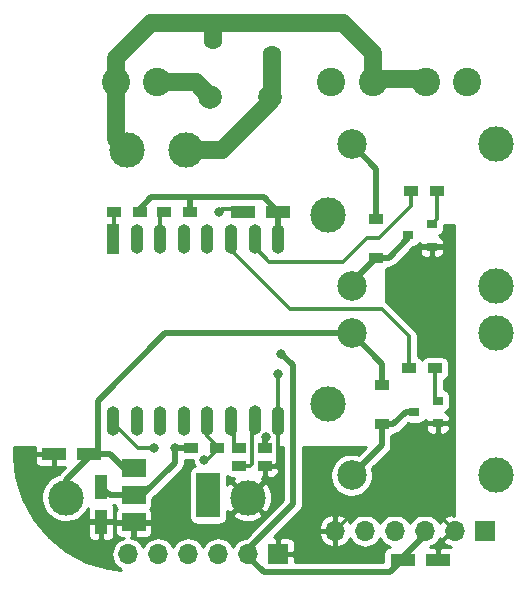
<source format=gbl>
G04 #@! TF.GenerationSoftware,KiCad,Pcbnew,no-vcs-found-e3c64f1~59~ubuntu16.04.1*
G04 #@! TF.CreationDate,2017-08-28T13:01:16+03:00*
G04 #@! TF.ProjectId,wifi_lights,776966695F6C69676874732E6B696361,rev?*
G04 #@! TF.SameCoordinates,Original*
G04 #@! TF.FileFunction,Copper,L2,Bot,Signal*
G04 #@! TF.FilePolarity,Positive*
%FSLAX46Y46*%
G04 Gerber Fmt 4.6, Leading zero omitted, Abs format (unit mm)*
G04 Created by KiCad (PCBNEW no-vcs-found-e3c64f1~59~ubuntu16.04.1) date Mon Aug 28 13:01:16 2017*
%MOMM*%
%LPD*%
G01*
G04 APERTURE LIST*
%ADD10C,2.400000*%
%ADD11R,1.200000X0.900000*%
%ADD12O,1.700000X1.700000*%
%ADD13R,1.700000X1.700000*%
%ADD14R,0.900000X0.800000*%
%ADD15C,2.500000*%
%ADD16C,3.000000*%
%ADD17C,1.600000*%
%ADD18R,2.000000X1.500000*%
%ADD19R,2.000000X3.800000*%
%ADD20C,2.000000*%
%ADD21R,2.150000X1.100000*%
%ADD22R,1.100000X2.150000*%
%ADD23R,1.100000X2.500000*%
%ADD24O,1.100000X2.500000*%
%ADD25C,0.800000*%
%ADD26C,0.350000*%
%ADD27C,0.500000*%
%ADD28C,1.500000*%
%ADD29C,0.254000*%
G04 APERTURE END LIST*
D10*
X112750000Y-56000000D03*
X109250000Y-56000000D03*
X135500000Y-56000000D03*
X139000000Y-56000000D03*
X131000000Y-56000000D03*
X127500000Y-56000000D03*
D11*
X131250000Y-67600000D03*
X131250000Y-70900000D03*
X131750000Y-85000000D03*
X131750000Y-81700000D03*
D12*
X127800000Y-94000000D03*
X130340000Y-94000000D03*
X132880000Y-94000000D03*
X135420000Y-94000000D03*
X137960000Y-94000000D03*
D13*
X140500000Y-94000000D03*
D14*
X134000000Y-69000000D03*
X136000000Y-69950000D03*
X136000000Y-68050000D03*
X136500000Y-83000000D03*
X136500000Y-84900000D03*
X134500000Y-83950000D03*
D11*
X113300000Y-67000000D03*
X115500000Y-67000000D03*
X111250000Y-67000000D03*
X109050000Y-67000000D03*
X119650000Y-88500000D03*
X121850000Y-88500000D03*
X117850000Y-87000000D03*
X115650000Y-87000000D03*
X121850000Y-87000000D03*
X119650000Y-87000000D03*
X136450000Y-65250000D03*
X134250000Y-65250000D03*
X134050000Y-80250000D03*
X136250000Y-80250000D03*
D15*
X129200000Y-73300000D03*
X129200000Y-61300000D03*
D16*
X127250000Y-67250000D03*
X141450000Y-73250000D03*
X141450000Y-61250000D03*
X141450000Y-77250000D03*
X141450000Y-89250000D03*
X127250000Y-83250000D03*
D15*
X129200000Y-77300000D03*
X129200000Y-89300000D03*
D17*
X117500000Y-52450000D03*
X122500000Y-53750000D03*
D18*
X110750000Y-93300000D03*
X110750000Y-88700000D03*
X110750000Y-91000000D03*
D19*
X117050000Y-91000000D03*
D20*
X122330000Y-57260000D03*
X117250000Y-57250000D03*
D12*
X110300000Y-96000000D03*
X112840000Y-96000000D03*
X115380000Y-96000000D03*
X117920000Y-96000000D03*
X120460000Y-96000000D03*
D13*
X123000000Y-96000000D03*
D21*
X106975000Y-87500000D03*
X104025000Y-87500000D03*
D22*
X108000000Y-93225000D03*
X108000000Y-90275000D03*
D21*
X133550000Y-96500000D03*
X136500000Y-96500000D03*
D16*
X115200000Y-61799982D03*
X110200000Y-61799982D03*
X120400000Y-91199982D03*
X105000000Y-91199982D03*
D21*
X120025000Y-67000000D03*
X122975000Y-67000000D03*
D23*
X109000000Y-69300000D03*
D24*
X111000000Y-69300000D03*
X113000000Y-69300000D03*
X115000000Y-69300000D03*
X117000000Y-69300000D03*
X119000000Y-69300000D03*
X121000000Y-69300000D03*
X123000000Y-69300000D03*
X123000000Y-84700000D03*
X121000000Y-84600000D03*
X119000000Y-84700000D03*
X117000000Y-84700000D03*
X115000000Y-84700000D03*
X113000000Y-84700000D03*
X111000000Y-84700000D03*
X109000000Y-84700000D03*
D25*
X122999984Y-80750000D03*
X118000000Y-67000000D03*
X121962638Y-86097411D03*
X123250000Y-79000000D03*
X114250000Y-87000000D03*
X112500000Y-87000000D03*
X116750001Y-88000000D03*
D26*
X137960000Y-94000000D02*
X137750000Y-94000000D01*
X137750000Y-94000000D02*
X136500000Y-95250000D01*
X136500000Y-95250000D02*
X136500000Y-96500000D01*
X137960000Y-94000000D02*
X136634999Y-92674999D01*
X136634999Y-92674999D02*
X129125001Y-92674999D01*
X129125001Y-92674999D02*
X127800000Y-94000000D01*
X136000000Y-69950000D02*
X136000000Y-70000000D01*
X136550000Y-84900000D02*
X136500000Y-84900000D01*
X121850000Y-88500000D02*
X122800000Y-88500000D01*
X122800000Y-88500000D02*
X123000000Y-88300000D01*
X123000000Y-88300000D02*
X123000000Y-84000000D01*
X122999984Y-83999984D02*
X122999984Y-80750000D01*
X123000000Y-84000000D02*
X122999984Y-83999984D01*
X120000000Y-66750000D02*
X118250000Y-66750000D01*
X118250000Y-66750000D02*
X118000000Y-67000000D01*
X109050000Y-67000000D02*
X109050000Y-69950000D01*
X109050000Y-69950000D02*
X109000000Y-70000000D01*
D27*
X135420000Y-94000000D02*
X135420000Y-94330000D01*
X135420000Y-94330000D02*
X133550000Y-96200000D01*
X133550000Y-96200000D02*
X133550000Y-96500000D01*
X133550000Y-96500000D02*
X133500000Y-96500000D01*
X132500000Y-97500000D02*
X121750000Y-97500000D01*
X133500000Y-96500000D02*
X132500000Y-97500000D01*
X121750000Y-97500000D02*
X120460000Y-96210000D01*
X120460000Y-96210000D02*
X120460000Y-96000000D01*
X123250000Y-79000000D02*
X124250000Y-80000000D01*
X120460000Y-95540000D02*
X120460000Y-96000000D01*
X124250000Y-80000000D02*
X124250000Y-91750000D01*
X124250000Y-91750000D02*
X120460000Y-95540000D01*
X123000000Y-70000000D02*
X122950000Y-69950000D01*
X121750000Y-65750000D02*
X115500000Y-65750000D01*
X122950000Y-69950000D02*
X122950000Y-66750000D01*
X122950000Y-66750000D02*
X122750000Y-66750000D01*
X122750000Y-66750000D02*
X121750000Y-65750000D01*
X111250000Y-67000000D02*
X111250000Y-66750000D01*
X111250000Y-66750000D02*
X112250000Y-65750000D01*
X112250000Y-65750000D02*
X115500000Y-65750000D01*
X115500000Y-65750000D02*
X115500000Y-67000000D01*
X111500000Y-91000000D02*
X114250000Y-88250000D01*
X114250000Y-88250000D02*
X114250000Y-87000000D01*
X121850000Y-87000000D02*
X121850000Y-86150000D01*
X121850000Y-86150000D02*
X121902589Y-86097411D01*
X121902589Y-86097411D02*
X121962638Y-86097411D01*
X114250000Y-87000000D02*
X115650000Y-87000000D01*
X111500000Y-91000000D02*
X110750000Y-91000000D01*
X115650000Y-87000000D02*
X115500000Y-87000000D01*
X110750000Y-91000000D02*
X108725000Y-91000000D01*
X108725000Y-91000000D02*
X108000000Y-90275000D01*
D28*
X115200000Y-61799982D02*
X118200018Y-61799982D01*
X118200018Y-61799982D02*
X122330000Y-57670000D01*
X122330000Y-57670000D02*
X122330000Y-57260000D01*
X122330000Y-57260000D02*
X122500000Y-57090000D01*
X122500000Y-57090000D02*
X122500000Y-53750000D01*
D26*
X109000000Y-84000000D02*
X109000000Y-84849583D01*
X109000000Y-84849583D02*
X111150417Y-87000000D01*
X111150417Y-87000000D02*
X112500000Y-87000000D01*
X117000000Y-84000000D02*
X117000000Y-86000000D01*
X117000000Y-86000000D02*
X117850000Y-86850000D01*
X117850000Y-86850000D02*
X117850000Y-87000000D01*
X117649999Y-87350001D02*
X117000000Y-88000000D01*
X117000000Y-88000000D02*
X116750001Y-88000000D01*
X117850000Y-87150000D02*
X117649999Y-87350001D01*
X117750000Y-87100000D02*
X117750000Y-87250000D01*
X117850000Y-87000000D02*
X117850000Y-87150000D01*
X117750000Y-87250000D02*
X117649999Y-87350001D01*
X136450000Y-65250000D02*
X136450000Y-67600000D01*
X136450000Y-67600000D02*
X136000000Y-68050000D01*
X136250000Y-80250000D02*
X136250000Y-82750000D01*
X136250000Y-82750000D02*
X136500000Y-83000000D01*
X119650000Y-88500000D02*
X120600000Y-88500000D01*
X120600000Y-88500000D02*
X120750000Y-88350000D01*
X120750000Y-88350000D02*
X120750000Y-84250000D01*
X120750000Y-84250000D02*
X121000000Y-84000000D01*
X119000000Y-84000000D02*
X119250000Y-84250000D01*
X119250000Y-84250000D02*
X119250000Y-86750000D01*
X119250000Y-86750000D02*
X119500000Y-87000000D01*
D27*
X107725000Y-87500000D02*
X108750000Y-87500000D01*
X110450000Y-88700000D02*
X110750000Y-88700000D01*
X108750000Y-87500000D02*
X109950000Y-88700000D01*
X109950000Y-88700000D02*
X110450000Y-88700000D01*
X107725000Y-87500000D02*
X107250000Y-87500000D01*
X107250000Y-87500000D02*
X105000000Y-89750000D01*
X105000000Y-89750000D02*
X105000000Y-91199982D01*
X129200000Y-77300000D02*
X113450000Y-77300000D01*
X113450000Y-77300000D02*
X107750000Y-83000000D01*
X107750000Y-83000000D02*
X107750000Y-87475000D01*
X107750000Y-87475000D02*
X107725000Y-87500000D01*
X131750000Y-79850000D02*
X129200000Y-77300000D01*
X131250000Y-67600000D02*
X131250000Y-63350000D01*
X131250000Y-63350000D02*
X129200000Y-61300000D01*
X131750000Y-81700000D02*
X131750000Y-79850000D01*
X131250000Y-70900000D02*
X132350000Y-70900000D01*
X132350000Y-70900000D02*
X134000000Y-69250000D01*
X134000000Y-69250000D02*
X134000000Y-69000000D01*
X129200000Y-73300000D02*
X129200000Y-72950000D01*
X129200000Y-72950000D02*
X131250000Y-70900000D01*
X131750000Y-85000000D02*
X132750000Y-85000000D01*
X132750000Y-85000000D02*
X133800000Y-83950000D01*
X133800000Y-83950000D02*
X134500000Y-83950000D01*
X131750000Y-85000000D02*
X131750000Y-86750000D01*
X131750000Y-86750000D02*
X129200000Y-89300000D01*
D28*
X112750000Y-56000000D02*
X116000000Y-56000000D01*
X116000000Y-56000000D02*
X117250000Y-57250000D01*
X112250000Y-51000000D02*
X117750000Y-51000000D01*
X117750000Y-51000000D02*
X128450000Y-51000000D01*
X117500000Y-52450000D02*
X117500000Y-51250000D01*
X117500000Y-51250000D02*
X117750000Y-51000000D01*
X109250000Y-56000000D02*
X109250000Y-54000000D01*
X109250000Y-54000000D02*
X112250000Y-51000000D01*
X128450000Y-51000000D02*
X131000000Y-53550000D01*
X131000000Y-53550000D02*
X131000000Y-55750000D01*
X131000000Y-55750000D02*
X135500000Y-55750000D01*
X109250000Y-56000000D02*
X109250000Y-60849982D01*
X109250000Y-60849982D02*
X110200000Y-61799982D01*
D26*
X121000000Y-70000000D02*
X122250000Y-71250000D01*
X122250000Y-71250000D02*
X128500000Y-71250000D01*
X128500000Y-71250000D02*
X130500000Y-69250000D01*
X130500000Y-69250000D02*
X131505002Y-69250000D01*
X131505002Y-69250000D02*
X134250000Y-66505002D01*
X134250000Y-66505002D02*
X134250000Y-65250000D01*
X119000000Y-70000000D02*
X119000000Y-70250000D01*
X119000000Y-70250000D02*
X124000000Y-75250000D01*
X124000000Y-75250000D02*
X131750000Y-75250000D01*
X131750000Y-75250000D02*
X134050000Y-77550000D01*
X134050000Y-77550000D02*
X134050000Y-80250000D01*
X113000000Y-70000000D02*
X113000000Y-67300000D01*
X113000000Y-67300000D02*
X113300000Y-67000000D01*
D29*
G36*
X102373000Y-86893171D02*
X102373000Y-87257750D01*
X102517250Y-87402000D01*
X103927000Y-87402000D01*
X103927000Y-87382000D01*
X104123000Y-87382000D01*
X104123000Y-87402000D01*
X104143000Y-87402000D01*
X104143000Y-87598000D01*
X104123000Y-87598000D01*
X104123000Y-88482750D01*
X104267250Y-88627000D01*
X104953446Y-88627000D01*
X104415223Y-89165223D01*
X104377343Y-89211339D01*
X104033078Y-89350431D01*
X103692247Y-89573465D01*
X103401227Y-89858452D01*
X103171104Y-90194538D01*
X103010643Y-90568921D01*
X102925957Y-90967341D01*
X102920270Y-91374622D01*
X102993799Y-91775251D01*
X103143744Y-92153968D01*
X103364393Y-92496348D01*
X103647341Y-92789351D01*
X103981812Y-93021814D01*
X104355066Y-93184885D01*
X104752885Y-93272351D01*
X105160116Y-93280881D01*
X105561249Y-93210150D01*
X105941004Y-93062853D01*
X106284916Y-92844600D01*
X106579887Y-92563703D01*
X106814679Y-92230863D01*
X106873000Y-92099872D01*
X106873000Y-92982750D01*
X107017250Y-93127000D01*
X107902000Y-93127000D01*
X107902000Y-93107000D01*
X108098000Y-93107000D01*
X108098000Y-93127000D01*
X108982750Y-93127000D01*
X109127000Y-92982750D01*
X109127000Y-92093170D01*
X109104826Y-91981695D01*
X109061331Y-91876688D01*
X109028130Y-91827000D01*
X109177793Y-91827000D01*
X109181350Y-91863112D01*
X109214343Y-91971876D01*
X109267921Y-92072115D01*
X109332813Y-92151186D01*
X109301815Y-92182184D01*
X109238669Y-92276688D01*
X109195174Y-92381696D01*
X109173000Y-92493171D01*
X109173000Y-93057750D01*
X109317250Y-93202000D01*
X110652000Y-93202000D01*
X110652000Y-93182000D01*
X110848000Y-93182000D01*
X110848000Y-93202000D01*
X112182750Y-93202000D01*
X112327000Y-93057750D01*
X112327000Y-92493171D01*
X112304826Y-92381696D01*
X112261331Y-92276688D01*
X112198185Y-92182184D01*
X112167187Y-92151186D01*
X112232079Y-92072115D01*
X112285657Y-91971876D01*
X112318650Y-91863112D01*
X112329791Y-91750000D01*
X112329791Y-91339763D01*
X114834777Y-88834778D01*
X114883258Y-88775756D01*
X114932369Y-88717228D01*
X114934464Y-88713417D01*
X114937224Y-88710057D01*
X114973329Y-88642722D01*
X115010125Y-88575790D01*
X115011439Y-88571647D01*
X115013495Y-88567813D01*
X115035833Y-88494748D01*
X115058928Y-88421943D01*
X115059413Y-88417621D01*
X115060684Y-88413463D01*
X115068400Y-88337495D01*
X115076919Y-88261547D01*
X115076979Y-88253038D01*
X115076994Y-88252887D01*
X115076981Y-88252747D01*
X115077000Y-88250000D01*
X115077000Y-88029791D01*
X115772448Y-88029791D01*
X115771717Y-88082149D01*
X115806304Y-88270601D01*
X115876837Y-88448745D01*
X115931187Y-88533079D01*
X115828124Y-88564343D01*
X115727885Y-88617921D01*
X115640026Y-88690026D01*
X115567921Y-88777885D01*
X115514343Y-88878124D01*
X115481350Y-88986888D01*
X115470209Y-89100000D01*
X115470209Y-92900000D01*
X115481350Y-93013112D01*
X115514343Y-93121876D01*
X115567921Y-93222115D01*
X115640026Y-93309974D01*
X115727885Y-93382079D01*
X115828124Y-93435657D01*
X115936888Y-93468650D01*
X116050000Y-93479791D01*
X118050000Y-93479791D01*
X118163112Y-93468650D01*
X118271876Y-93435657D01*
X118372115Y-93382079D01*
X118459974Y-93309974D01*
X118532079Y-93222115D01*
X118585657Y-93121876D01*
X118618650Y-93013112D01*
X118629791Y-92900000D01*
X118629791Y-92641297D01*
X119097278Y-92641297D01*
X119253899Y-92944182D01*
X119616198Y-93134261D01*
X120008618Y-93250006D01*
X120416078Y-93286971D01*
X120822921Y-93243733D01*
X121213511Y-93121955D01*
X121546101Y-92944182D01*
X121702722Y-92641297D01*
X120400000Y-91338575D01*
X119097278Y-92641297D01*
X118629791Y-92641297D01*
X118629791Y-92297424D01*
X118655800Y-92346083D01*
X118958685Y-92502704D01*
X120261407Y-91199982D01*
X120538593Y-91199982D01*
X121841315Y-92502704D01*
X122144200Y-92346083D01*
X122334279Y-91983784D01*
X122450024Y-91591364D01*
X122486989Y-91183904D01*
X122443751Y-90777061D01*
X122321973Y-90386471D01*
X122144200Y-90053881D01*
X121841315Y-89897260D01*
X120538593Y-91199982D01*
X120261407Y-91199982D01*
X118958685Y-89897260D01*
X118655800Y-90053881D01*
X118629791Y-90103455D01*
X118629791Y-89347503D01*
X118640026Y-89359974D01*
X118727885Y-89432079D01*
X118828124Y-89485657D01*
X118936888Y-89518650D01*
X119050000Y-89529791D01*
X119215629Y-89529791D01*
X119097278Y-89758667D01*
X120400000Y-91061389D01*
X121702722Y-89758667D01*
X121582928Y-89527000D01*
X121607750Y-89527000D01*
X121752000Y-89382750D01*
X121752000Y-88598000D01*
X121948000Y-88598000D01*
X121948000Y-89382750D01*
X122092250Y-89527000D01*
X122506830Y-89527000D01*
X122618305Y-89504826D01*
X122723312Y-89461331D01*
X122817816Y-89398185D01*
X122898185Y-89317816D01*
X122961331Y-89223312D01*
X123004826Y-89118304D01*
X123027000Y-89006829D01*
X123027000Y-88742250D01*
X122882750Y-88598000D01*
X121948000Y-88598000D01*
X121752000Y-88598000D01*
X121732000Y-88598000D01*
X121732000Y-88402000D01*
X121752000Y-88402000D01*
X121752000Y-88382000D01*
X121948000Y-88382000D01*
X121948000Y-88402000D01*
X122882750Y-88402000D01*
X123027000Y-88257750D01*
X123027000Y-87993171D01*
X123004826Y-87881696D01*
X122961331Y-87776688D01*
X122943721Y-87750333D01*
X122985657Y-87671876D01*
X123018650Y-87563112D01*
X123029791Y-87450000D01*
X123029791Y-86877000D01*
X123423000Y-86877000D01*
X123423000Y-91407445D01*
X120243727Y-94586719D01*
X120192607Y-94591371D01*
X119925436Y-94670004D01*
X119678627Y-94799032D01*
X119461580Y-94973542D01*
X119282563Y-95186887D01*
X119189655Y-95355887D01*
X119108579Y-95203405D01*
X118932557Y-94987582D01*
X118717968Y-94810058D01*
X118472985Y-94677596D01*
X118206938Y-94595241D01*
X117929962Y-94566130D01*
X117652607Y-94591371D01*
X117385436Y-94670004D01*
X117138627Y-94799032D01*
X116921580Y-94973542D01*
X116742563Y-95186887D01*
X116649655Y-95355887D01*
X116568579Y-95203405D01*
X116392557Y-94987582D01*
X116177968Y-94810058D01*
X115932985Y-94677596D01*
X115666938Y-94595241D01*
X115389962Y-94566130D01*
X115112607Y-94591371D01*
X114845436Y-94670004D01*
X114598627Y-94799032D01*
X114381580Y-94973542D01*
X114202563Y-95186887D01*
X114109655Y-95355887D01*
X114028579Y-95203405D01*
X113852557Y-94987582D01*
X113637968Y-94810058D01*
X113392985Y-94677596D01*
X113126938Y-94595241D01*
X112849962Y-94566130D01*
X112572607Y-94591371D01*
X112305436Y-94670004D01*
X112058627Y-94799032D01*
X111841580Y-94973542D01*
X111662563Y-95186887D01*
X111569655Y-95355887D01*
X111488579Y-95203405D01*
X111312557Y-94987582D01*
X111097968Y-94810058D01*
X110852985Y-94677596D01*
X110586938Y-94595241D01*
X110544020Y-94590730D01*
X110652000Y-94482750D01*
X110652000Y-93398000D01*
X110848000Y-93398000D01*
X110848000Y-94482750D01*
X110992250Y-94627000D01*
X111806830Y-94627000D01*
X111918305Y-94604826D01*
X112023312Y-94561331D01*
X112117816Y-94498185D01*
X112198185Y-94417816D01*
X112261331Y-94323312D01*
X112304826Y-94218304D01*
X112327000Y-94106829D01*
X112327000Y-93542250D01*
X112182750Y-93398000D01*
X110848000Y-93398000D01*
X110652000Y-93398000D01*
X109317250Y-93398000D01*
X109173000Y-93542250D01*
X109173000Y-94106829D01*
X109195174Y-94218304D01*
X109238669Y-94323312D01*
X109301815Y-94417816D01*
X109382184Y-94498185D01*
X109476688Y-94561331D01*
X109581695Y-94604826D01*
X109693170Y-94627000D01*
X109911551Y-94627000D01*
X109765436Y-94670004D01*
X109518627Y-94799032D01*
X109301580Y-94973542D01*
X109122563Y-95186887D01*
X108988394Y-95430940D01*
X108904183Y-95696405D01*
X108873139Y-95973171D01*
X108873000Y-95993095D01*
X108873000Y-96006905D01*
X108900177Y-96284077D01*
X108980673Y-96550692D01*
X109111421Y-96796595D01*
X109287443Y-97012418D01*
X109502032Y-97189942D01*
X109687731Y-97290349D01*
X108582904Y-97182020D01*
X106738837Y-96625263D01*
X105038028Y-95720926D01*
X103545268Y-94503461D01*
X102688040Y-93467250D01*
X106873000Y-93467250D01*
X106873000Y-94356830D01*
X106895174Y-94468305D01*
X106938669Y-94573312D01*
X107001815Y-94667816D01*
X107082184Y-94748185D01*
X107176688Y-94811331D01*
X107281696Y-94854826D01*
X107393171Y-94877000D01*
X107757750Y-94877000D01*
X107902000Y-94732750D01*
X107902000Y-93323000D01*
X108098000Y-93323000D01*
X108098000Y-94732750D01*
X108242250Y-94877000D01*
X108606829Y-94877000D01*
X108718304Y-94854826D01*
X108823312Y-94811331D01*
X108917816Y-94748185D01*
X108998185Y-94667816D01*
X109061331Y-94573312D01*
X109104826Y-94468305D01*
X109127000Y-94356830D01*
X109127000Y-93467250D01*
X108982750Y-93323000D01*
X108098000Y-93323000D01*
X107902000Y-93323000D01*
X107017250Y-93323000D01*
X106873000Y-93467250D01*
X102688040Y-93467250D01*
X102317404Y-93019229D01*
X101401216Y-91324774D01*
X100831598Y-89484634D01*
X100648467Y-87742250D01*
X102373000Y-87742250D01*
X102373000Y-88106829D01*
X102395174Y-88218304D01*
X102438669Y-88323312D01*
X102501815Y-88417816D01*
X102582184Y-88498185D01*
X102676688Y-88561331D01*
X102781695Y-88604826D01*
X102893170Y-88627000D01*
X103782750Y-88627000D01*
X103927000Y-88482750D01*
X103927000Y-87598000D01*
X102517250Y-87598000D01*
X102373000Y-87742250D01*
X100648467Y-87742250D01*
X100627141Y-87539352D01*
X100627000Y-87498955D01*
X100627000Y-86877000D01*
X102376217Y-86877000D01*
X102373000Y-86893171D01*
X102373000Y-86893171D01*
G37*
X102373000Y-86893171D02*
X102373000Y-87257750D01*
X102517250Y-87402000D01*
X103927000Y-87402000D01*
X103927000Y-87382000D01*
X104123000Y-87382000D01*
X104123000Y-87402000D01*
X104143000Y-87402000D01*
X104143000Y-87598000D01*
X104123000Y-87598000D01*
X104123000Y-88482750D01*
X104267250Y-88627000D01*
X104953446Y-88627000D01*
X104415223Y-89165223D01*
X104377343Y-89211339D01*
X104033078Y-89350431D01*
X103692247Y-89573465D01*
X103401227Y-89858452D01*
X103171104Y-90194538D01*
X103010643Y-90568921D01*
X102925957Y-90967341D01*
X102920270Y-91374622D01*
X102993799Y-91775251D01*
X103143744Y-92153968D01*
X103364393Y-92496348D01*
X103647341Y-92789351D01*
X103981812Y-93021814D01*
X104355066Y-93184885D01*
X104752885Y-93272351D01*
X105160116Y-93280881D01*
X105561249Y-93210150D01*
X105941004Y-93062853D01*
X106284916Y-92844600D01*
X106579887Y-92563703D01*
X106814679Y-92230863D01*
X106873000Y-92099872D01*
X106873000Y-92982750D01*
X107017250Y-93127000D01*
X107902000Y-93127000D01*
X107902000Y-93107000D01*
X108098000Y-93107000D01*
X108098000Y-93127000D01*
X108982750Y-93127000D01*
X109127000Y-92982750D01*
X109127000Y-92093170D01*
X109104826Y-91981695D01*
X109061331Y-91876688D01*
X109028130Y-91827000D01*
X109177793Y-91827000D01*
X109181350Y-91863112D01*
X109214343Y-91971876D01*
X109267921Y-92072115D01*
X109332813Y-92151186D01*
X109301815Y-92182184D01*
X109238669Y-92276688D01*
X109195174Y-92381696D01*
X109173000Y-92493171D01*
X109173000Y-93057750D01*
X109317250Y-93202000D01*
X110652000Y-93202000D01*
X110652000Y-93182000D01*
X110848000Y-93182000D01*
X110848000Y-93202000D01*
X112182750Y-93202000D01*
X112327000Y-93057750D01*
X112327000Y-92493171D01*
X112304826Y-92381696D01*
X112261331Y-92276688D01*
X112198185Y-92182184D01*
X112167187Y-92151186D01*
X112232079Y-92072115D01*
X112285657Y-91971876D01*
X112318650Y-91863112D01*
X112329791Y-91750000D01*
X112329791Y-91339763D01*
X114834777Y-88834778D01*
X114883258Y-88775756D01*
X114932369Y-88717228D01*
X114934464Y-88713417D01*
X114937224Y-88710057D01*
X114973329Y-88642722D01*
X115010125Y-88575790D01*
X115011439Y-88571647D01*
X115013495Y-88567813D01*
X115035833Y-88494748D01*
X115058928Y-88421943D01*
X115059413Y-88417621D01*
X115060684Y-88413463D01*
X115068400Y-88337495D01*
X115076919Y-88261547D01*
X115076979Y-88253038D01*
X115076994Y-88252887D01*
X115076981Y-88252747D01*
X115077000Y-88250000D01*
X115077000Y-88029791D01*
X115772448Y-88029791D01*
X115771717Y-88082149D01*
X115806304Y-88270601D01*
X115876837Y-88448745D01*
X115931187Y-88533079D01*
X115828124Y-88564343D01*
X115727885Y-88617921D01*
X115640026Y-88690026D01*
X115567921Y-88777885D01*
X115514343Y-88878124D01*
X115481350Y-88986888D01*
X115470209Y-89100000D01*
X115470209Y-92900000D01*
X115481350Y-93013112D01*
X115514343Y-93121876D01*
X115567921Y-93222115D01*
X115640026Y-93309974D01*
X115727885Y-93382079D01*
X115828124Y-93435657D01*
X115936888Y-93468650D01*
X116050000Y-93479791D01*
X118050000Y-93479791D01*
X118163112Y-93468650D01*
X118271876Y-93435657D01*
X118372115Y-93382079D01*
X118459974Y-93309974D01*
X118532079Y-93222115D01*
X118585657Y-93121876D01*
X118618650Y-93013112D01*
X118629791Y-92900000D01*
X118629791Y-92641297D01*
X119097278Y-92641297D01*
X119253899Y-92944182D01*
X119616198Y-93134261D01*
X120008618Y-93250006D01*
X120416078Y-93286971D01*
X120822921Y-93243733D01*
X121213511Y-93121955D01*
X121546101Y-92944182D01*
X121702722Y-92641297D01*
X120400000Y-91338575D01*
X119097278Y-92641297D01*
X118629791Y-92641297D01*
X118629791Y-92297424D01*
X118655800Y-92346083D01*
X118958685Y-92502704D01*
X120261407Y-91199982D01*
X120538593Y-91199982D01*
X121841315Y-92502704D01*
X122144200Y-92346083D01*
X122334279Y-91983784D01*
X122450024Y-91591364D01*
X122486989Y-91183904D01*
X122443751Y-90777061D01*
X122321973Y-90386471D01*
X122144200Y-90053881D01*
X121841315Y-89897260D01*
X120538593Y-91199982D01*
X120261407Y-91199982D01*
X118958685Y-89897260D01*
X118655800Y-90053881D01*
X118629791Y-90103455D01*
X118629791Y-89347503D01*
X118640026Y-89359974D01*
X118727885Y-89432079D01*
X118828124Y-89485657D01*
X118936888Y-89518650D01*
X119050000Y-89529791D01*
X119215629Y-89529791D01*
X119097278Y-89758667D01*
X120400000Y-91061389D01*
X121702722Y-89758667D01*
X121582928Y-89527000D01*
X121607750Y-89527000D01*
X121752000Y-89382750D01*
X121752000Y-88598000D01*
X121948000Y-88598000D01*
X121948000Y-89382750D01*
X122092250Y-89527000D01*
X122506830Y-89527000D01*
X122618305Y-89504826D01*
X122723312Y-89461331D01*
X122817816Y-89398185D01*
X122898185Y-89317816D01*
X122961331Y-89223312D01*
X123004826Y-89118304D01*
X123027000Y-89006829D01*
X123027000Y-88742250D01*
X122882750Y-88598000D01*
X121948000Y-88598000D01*
X121752000Y-88598000D01*
X121732000Y-88598000D01*
X121732000Y-88402000D01*
X121752000Y-88402000D01*
X121752000Y-88382000D01*
X121948000Y-88382000D01*
X121948000Y-88402000D01*
X122882750Y-88402000D01*
X123027000Y-88257750D01*
X123027000Y-87993171D01*
X123004826Y-87881696D01*
X122961331Y-87776688D01*
X122943721Y-87750333D01*
X122985657Y-87671876D01*
X123018650Y-87563112D01*
X123029791Y-87450000D01*
X123029791Y-86877000D01*
X123423000Y-86877000D01*
X123423000Y-91407445D01*
X120243727Y-94586719D01*
X120192607Y-94591371D01*
X119925436Y-94670004D01*
X119678627Y-94799032D01*
X119461580Y-94973542D01*
X119282563Y-95186887D01*
X119189655Y-95355887D01*
X119108579Y-95203405D01*
X118932557Y-94987582D01*
X118717968Y-94810058D01*
X118472985Y-94677596D01*
X118206938Y-94595241D01*
X117929962Y-94566130D01*
X117652607Y-94591371D01*
X117385436Y-94670004D01*
X117138627Y-94799032D01*
X116921580Y-94973542D01*
X116742563Y-95186887D01*
X116649655Y-95355887D01*
X116568579Y-95203405D01*
X116392557Y-94987582D01*
X116177968Y-94810058D01*
X115932985Y-94677596D01*
X115666938Y-94595241D01*
X115389962Y-94566130D01*
X115112607Y-94591371D01*
X114845436Y-94670004D01*
X114598627Y-94799032D01*
X114381580Y-94973542D01*
X114202563Y-95186887D01*
X114109655Y-95355887D01*
X114028579Y-95203405D01*
X113852557Y-94987582D01*
X113637968Y-94810058D01*
X113392985Y-94677596D01*
X113126938Y-94595241D01*
X112849962Y-94566130D01*
X112572607Y-94591371D01*
X112305436Y-94670004D01*
X112058627Y-94799032D01*
X111841580Y-94973542D01*
X111662563Y-95186887D01*
X111569655Y-95355887D01*
X111488579Y-95203405D01*
X111312557Y-94987582D01*
X111097968Y-94810058D01*
X110852985Y-94677596D01*
X110586938Y-94595241D01*
X110544020Y-94590730D01*
X110652000Y-94482750D01*
X110652000Y-93398000D01*
X110848000Y-93398000D01*
X110848000Y-94482750D01*
X110992250Y-94627000D01*
X111806830Y-94627000D01*
X111918305Y-94604826D01*
X112023312Y-94561331D01*
X112117816Y-94498185D01*
X112198185Y-94417816D01*
X112261331Y-94323312D01*
X112304826Y-94218304D01*
X112327000Y-94106829D01*
X112327000Y-93542250D01*
X112182750Y-93398000D01*
X110848000Y-93398000D01*
X110652000Y-93398000D01*
X109317250Y-93398000D01*
X109173000Y-93542250D01*
X109173000Y-94106829D01*
X109195174Y-94218304D01*
X109238669Y-94323312D01*
X109301815Y-94417816D01*
X109382184Y-94498185D01*
X109476688Y-94561331D01*
X109581695Y-94604826D01*
X109693170Y-94627000D01*
X109911551Y-94627000D01*
X109765436Y-94670004D01*
X109518627Y-94799032D01*
X109301580Y-94973542D01*
X109122563Y-95186887D01*
X108988394Y-95430940D01*
X108904183Y-95696405D01*
X108873139Y-95973171D01*
X108873000Y-95993095D01*
X108873000Y-96006905D01*
X108900177Y-96284077D01*
X108980673Y-96550692D01*
X109111421Y-96796595D01*
X109287443Y-97012418D01*
X109502032Y-97189942D01*
X109687731Y-97290349D01*
X108582904Y-97182020D01*
X106738837Y-96625263D01*
X105038028Y-95720926D01*
X103545268Y-94503461D01*
X102688040Y-93467250D01*
X106873000Y-93467250D01*
X106873000Y-94356830D01*
X106895174Y-94468305D01*
X106938669Y-94573312D01*
X107001815Y-94667816D01*
X107082184Y-94748185D01*
X107176688Y-94811331D01*
X107281696Y-94854826D01*
X107393171Y-94877000D01*
X107757750Y-94877000D01*
X107902000Y-94732750D01*
X107902000Y-93323000D01*
X108098000Y-93323000D01*
X108098000Y-94732750D01*
X108242250Y-94877000D01*
X108606829Y-94877000D01*
X108718304Y-94854826D01*
X108823312Y-94811331D01*
X108917816Y-94748185D01*
X108998185Y-94667816D01*
X109061331Y-94573312D01*
X109104826Y-94468305D01*
X109127000Y-94356830D01*
X109127000Y-93467250D01*
X108982750Y-93323000D01*
X108098000Y-93323000D01*
X107902000Y-93323000D01*
X107017250Y-93323000D01*
X106873000Y-93467250D01*
X102688040Y-93467250D01*
X102317404Y-93019229D01*
X101401216Y-91324774D01*
X100831598Y-89484634D01*
X100648467Y-87742250D01*
X102373000Y-87742250D01*
X102373000Y-88106829D01*
X102395174Y-88218304D01*
X102438669Y-88323312D01*
X102501815Y-88417816D01*
X102582184Y-88498185D01*
X102676688Y-88561331D01*
X102781695Y-88604826D01*
X102893170Y-88627000D01*
X103782750Y-88627000D01*
X103927000Y-88482750D01*
X103927000Y-87598000D01*
X102517250Y-87598000D01*
X102373000Y-87742250D01*
X100648467Y-87742250D01*
X100627141Y-87539352D01*
X100627000Y-87498955D01*
X100627000Y-86877000D01*
X102376217Y-86877000D01*
X102373000Y-86893171D01*
G36*
X137873000Y-92573000D02*
X137861998Y-92573000D01*
X137861998Y-92720998D01*
X137640502Y-92609227D01*
X137452980Y-92666107D01*
X137202493Y-92790652D01*
X136981116Y-92961672D01*
X136797357Y-93172594D01*
X136690942Y-93358308D01*
X136608579Y-93203405D01*
X136432557Y-92987582D01*
X136217968Y-92810058D01*
X135972985Y-92677596D01*
X135706938Y-92595241D01*
X135429962Y-92566130D01*
X135152607Y-92591371D01*
X134885436Y-92670004D01*
X134638627Y-92799032D01*
X134421580Y-92973542D01*
X134242563Y-93186887D01*
X134149655Y-93355887D01*
X134068579Y-93203405D01*
X133892557Y-92987582D01*
X133677968Y-92810058D01*
X133432985Y-92677596D01*
X133166938Y-92595241D01*
X132889962Y-92566130D01*
X132612607Y-92591371D01*
X132345436Y-92670004D01*
X132098627Y-92799032D01*
X131881580Y-92973542D01*
X131702563Y-93186887D01*
X131609655Y-93355887D01*
X131528579Y-93203405D01*
X131352557Y-92987582D01*
X131137968Y-92810058D01*
X130892985Y-92677596D01*
X130626938Y-92595241D01*
X130349962Y-92566130D01*
X130072607Y-92591371D01*
X129805436Y-92670004D01*
X129558627Y-92799032D01*
X129341580Y-92973542D01*
X129162563Y-93186887D01*
X129068683Y-93357654D01*
X128962643Y-93172594D01*
X128778884Y-92961672D01*
X128557507Y-92790652D01*
X128307020Y-92666107D01*
X128119498Y-92609227D01*
X127898000Y-92720999D01*
X127898000Y-93902000D01*
X127918000Y-93902000D01*
X127918000Y-94098000D01*
X127898000Y-94098000D01*
X127898000Y-95279001D01*
X128119498Y-95390773D01*
X128307020Y-95333893D01*
X128557507Y-95209348D01*
X128778884Y-95038328D01*
X128962643Y-94827406D01*
X129069058Y-94641692D01*
X129151421Y-94796595D01*
X129327443Y-95012418D01*
X129542032Y-95189942D01*
X129787015Y-95322404D01*
X130053062Y-95404759D01*
X130330038Y-95433870D01*
X130607393Y-95408629D01*
X130874564Y-95329996D01*
X131121373Y-95200968D01*
X131338420Y-95026458D01*
X131517437Y-94813113D01*
X131610345Y-94644113D01*
X131691421Y-94796595D01*
X131867443Y-95012418D01*
X132082032Y-95189942D01*
X132327015Y-95322404D01*
X132481449Y-95370209D01*
X132475000Y-95370209D01*
X132361888Y-95381350D01*
X132253124Y-95414343D01*
X132152885Y-95467921D01*
X132065026Y-95540026D01*
X131992921Y-95627885D01*
X131939343Y-95728124D01*
X131906350Y-95836888D01*
X131895209Y-95950000D01*
X131895209Y-96673000D01*
X124427000Y-96673000D01*
X124427000Y-96242250D01*
X124282750Y-96098000D01*
X123098000Y-96098000D01*
X123098000Y-96118000D01*
X122902000Y-96118000D01*
X122902000Y-96098000D01*
X122882000Y-96098000D01*
X122882000Y-95902000D01*
X122902000Y-95902000D01*
X122902000Y-94717250D01*
X123098000Y-94717250D01*
X123098000Y-95902000D01*
X124282750Y-95902000D01*
X124427000Y-95757750D01*
X124427000Y-95093170D01*
X124404826Y-94981695D01*
X124361331Y-94876688D01*
X124298185Y-94782184D01*
X124217816Y-94701815D01*
X124123312Y-94638669D01*
X124018304Y-94595174D01*
X123906829Y-94573000D01*
X123242250Y-94573000D01*
X123098000Y-94717250D01*
X122902000Y-94717250D01*
X122757750Y-94573000D01*
X122596554Y-94573000D01*
X122850055Y-94319499D01*
X126409223Y-94319499D01*
X126498278Y-94584687D01*
X126637357Y-94827406D01*
X126821116Y-95038328D01*
X127042493Y-95209348D01*
X127292980Y-95333893D01*
X127480502Y-95390773D01*
X127702000Y-95279001D01*
X127702000Y-94098000D01*
X126520615Y-94098000D01*
X126409223Y-94319499D01*
X122850055Y-94319499D01*
X123489053Y-93680501D01*
X126409223Y-93680501D01*
X126520615Y-93902000D01*
X127702000Y-93902000D01*
X127702000Y-92720999D01*
X127480502Y-92609227D01*
X127292980Y-92666107D01*
X127042493Y-92790652D01*
X126821116Y-92961672D01*
X126637357Y-93172594D01*
X126498278Y-93415313D01*
X126409223Y-93680501D01*
X123489053Y-93680501D01*
X124834777Y-92334778D01*
X124883258Y-92275756D01*
X124932369Y-92217228D01*
X124934464Y-92213417D01*
X124937224Y-92210057D01*
X124973329Y-92142722D01*
X125010125Y-92075790D01*
X125011439Y-92071647D01*
X125013495Y-92067813D01*
X125035833Y-91994748D01*
X125058928Y-91921943D01*
X125059413Y-91917621D01*
X125060684Y-91913463D01*
X125068400Y-91837495D01*
X125076919Y-91761547D01*
X125076979Y-91753038D01*
X125076994Y-91752887D01*
X125076981Y-91752747D01*
X125077000Y-91750000D01*
X125077000Y-86877000D01*
X130453445Y-86877000D01*
X129771958Y-87558488D01*
X129742873Y-87546262D01*
X129391898Y-87474217D01*
X129033613Y-87471716D01*
X128681666Y-87538853D01*
X128349463Y-87673072D01*
X128049656Y-87869260D01*
X127793665Y-88119945D01*
X127591241Y-88415577D01*
X127450094Y-88744897D01*
X127375601Y-89095361D01*
X127370599Y-89453619D01*
X127435277Y-89806026D01*
X127567174Y-90139159D01*
X127761264Y-90440328D01*
X128010156Y-90698062D01*
X128304368Y-90902545D01*
X128632694Y-91045988D01*
X128982629Y-91122926D01*
X129340844Y-91130429D01*
X129693694Y-91068212D01*
X130027739Y-90938645D01*
X130330256Y-90746662D01*
X130589722Y-90499576D01*
X130796254Y-90206798D01*
X130941985Y-89879481D01*
X131021364Y-89530092D01*
X131027078Y-89120853D01*
X130957485Y-88769384D01*
X130940757Y-88728798D01*
X132334778Y-87334777D01*
X132383266Y-87275746D01*
X132432369Y-87217228D01*
X132434464Y-87213417D01*
X132437225Y-87210056D01*
X132473329Y-87142723D01*
X132510125Y-87075790D01*
X132511440Y-87071645D01*
X132513495Y-87067812D01*
X132535838Y-86994733D01*
X132558928Y-86921943D01*
X132559412Y-86917624D01*
X132560685Y-86913462D01*
X132568410Y-86837405D01*
X132576919Y-86761547D01*
X132576979Y-86753048D01*
X132576995Y-86752887D01*
X132576981Y-86752737D01*
X132577000Y-86750000D01*
X132577000Y-85982918D01*
X132672115Y-85932079D01*
X132759974Y-85859974D01*
X132790276Y-85823051D01*
X132825991Y-85819549D01*
X132902128Y-85812888D01*
X132906306Y-85811674D01*
X132910632Y-85811250D01*
X132983755Y-85789173D01*
X133057121Y-85767858D01*
X133060981Y-85765857D01*
X133065145Y-85764600D01*
X133132604Y-85728731D01*
X133200416Y-85693581D01*
X133203814Y-85690868D01*
X133207655Y-85688826D01*
X133266866Y-85640535D01*
X133326555Y-85592885D01*
X133332607Y-85586917D01*
X133332732Y-85586815D01*
X133332828Y-85586699D01*
X133334777Y-85584777D01*
X133777304Y-85142250D01*
X135473000Y-85142250D01*
X135473000Y-85356829D01*
X135495174Y-85468304D01*
X135538669Y-85573312D01*
X135601815Y-85667816D01*
X135682184Y-85748185D01*
X135776688Y-85811331D01*
X135881695Y-85854826D01*
X135993170Y-85877000D01*
X136257750Y-85877000D01*
X136402000Y-85732750D01*
X136402000Y-84998000D01*
X136598000Y-84998000D01*
X136598000Y-85732750D01*
X136742250Y-85877000D01*
X137006830Y-85877000D01*
X137118305Y-85854826D01*
X137223312Y-85811331D01*
X137317816Y-85748185D01*
X137398185Y-85667816D01*
X137461331Y-85573312D01*
X137504826Y-85468304D01*
X137527000Y-85356829D01*
X137527000Y-85142250D01*
X137382750Y-84998000D01*
X136598000Y-84998000D01*
X136402000Y-84998000D01*
X135617250Y-84998000D01*
X135473000Y-85142250D01*
X133777304Y-85142250D01*
X133995164Y-84924390D01*
X134050000Y-84929791D01*
X134950000Y-84929791D01*
X135063112Y-84918650D01*
X135171876Y-84885657D01*
X135272115Y-84832079D01*
X135359974Y-84759974D01*
X135432079Y-84672115D01*
X135473000Y-84595556D01*
X135473000Y-84657750D01*
X135617250Y-84802000D01*
X136402000Y-84802000D01*
X136402000Y-84782000D01*
X136598000Y-84782000D01*
X136598000Y-84802000D01*
X137382750Y-84802000D01*
X137527000Y-84657750D01*
X137527000Y-84443171D01*
X137504826Y-84331696D01*
X137461331Y-84226688D01*
X137398185Y-84132184D01*
X137317816Y-84051815D01*
X137223312Y-83988669D01*
X137127689Y-83949061D01*
X137171876Y-83935657D01*
X137272115Y-83882079D01*
X137359974Y-83809974D01*
X137432079Y-83722115D01*
X137485657Y-83621876D01*
X137518650Y-83513112D01*
X137529791Y-83400000D01*
X137529791Y-82600000D01*
X137518650Y-82486888D01*
X137485657Y-82378124D01*
X137432079Y-82277885D01*
X137359974Y-82190026D01*
X137272115Y-82117921D01*
X137171876Y-82064343D01*
X137063112Y-82031350D01*
X137002000Y-82025331D01*
X137002000Y-81256854D01*
X137071876Y-81235657D01*
X137172115Y-81182079D01*
X137259974Y-81109974D01*
X137332079Y-81022115D01*
X137385657Y-80921876D01*
X137418650Y-80813112D01*
X137429791Y-80700000D01*
X137429791Y-79800000D01*
X137418650Y-79686888D01*
X137385657Y-79578124D01*
X137332079Y-79477885D01*
X137259974Y-79390026D01*
X137172115Y-79317921D01*
X137071876Y-79264343D01*
X136963112Y-79231350D01*
X136850000Y-79220209D01*
X135650000Y-79220209D01*
X135536888Y-79231350D01*
X135428124Y-79264343D01*
X135327885Y-79317921D01*
X135240026Y-79390026D01*
X135167921Y-79477885D01*
X135150000Y-79511413D01*
X135132079Y-79477885D01*
X135059974Y-79390026D01*
X134972115Y-79317921D01*
X134871876Y-79264343D01*
X134802000Y-79243146D01*
X134802000Y-77550000D01*
X134795218Y-77480829D01*
X134789167Y-77411669D01*
X134788064Y-77407872D01*
X134787678Y-77403936D01*
X134767591Y-77337405D01*
X134748221Y-77270731D01*
X134746403Y-77267223D01*
X134745259Y-77263435D01*
X134712625Y-77202059D01*
X134680680Y-77140432D01*
X134678215Y-77137344D01*
X134676357Y-77133850D01*
X134632447Y-77080010D01*
X134589117Y-77025732D01*
X134583691Y-77020230D01*
X134583597Y-77020115D01*
X134583490Y-77020027D01*
X134581744Y-77018256D01*
X132281744Y-74718256D01*
X132228078Y-74674174D01*
X132174855Y-74629515D01*
X132171389Y-74627610D01*
X132168334Y-74625100D01*
X132127000Y-74602937D01*
X132127000Y-71856193D01*
X132172115Y-71832079D01*
X132259974Y-71759974D01*
X132287035Y-71727000D01*
X132350000Y-71727000D01*
X132425991Y-71719549D01*
X132502128Y-71712888D01*
X132506306Y-71711674D01*
X132510632Y-71711250D01*
X132583755Y-71689173D01*
X132657121Y-71667858D01*
X132660981Y-71665857D01*
X132665145Y-71664600D01*
X132732604Y-71628731D01*
X132800416Y-71593581D01*
X132803814Y-71590868D01*
X132807655Y-71588826D01*
X132866866Y-71540535D01*
X132926555Y-71492885D01*
X132932607Y-71486917D01*
X132932732Y-71486815D01*
X132932828Y-71486699D01*
X132934777Y-71484777D01*
X134227304Y-70192250D01*
X134973000Y-70192250D01*
X134973000Y-70406829D01*
X134995174Y-70518304D01*
X135038669Y-70623312D01*
X135101815Y-70717816D01*
X135182184Y-70798185D01*
X135276688Y-70861331D01*
X135381695Y-70904826D01*
X135493170Y-70927000D01*
X135757750Y-70927000D01*
X135902000Y-70782750D01*
X135902000Y-70048000D01*
X136098000Y-70048000D01*
X136098000Y-70782750D01*
X136242250Y-70927000D01*
X136506830Y-70927000D01*
X136618305Y-70904826D01*
X136723312Y-70861331D01*
X136817816Y-70798185D01*
X136898185Y-70717816D01*
X136961331Y-70623312D01*
X137004826Y-70518304D01*
X137027000Y-70406829D01*
X137027000Y-70192250D01*
X136882750Y-70048000D01*
X136098000Y-70048000D01*
X135902000Y-70048000D01*
X135117250Y-70048000D01*
X134973000Y-70192250D01*
X134227304Y-70192250D01*
X134439764Y-69979791D01*
X134450000Y-69979791D01*
X134563112Y-69968650D01*
X134671876Y-69935657D01*
X134772115Y-69882079D01*
X134859974Y-69809974D01*
X134932079Y-69722115D01*
X134973000Y-69645556D01*
X134973000Y-69707750D01*
X135117250Y-69852000D01*
X135902000Y-69852000D01*
X135902000Y-69832000D01*
X136098000Y-69832000D01*
X136098000Y-69852000D01*
X136882750Y-69852000D01*
X137027000Y-69707750D01*
X137027000Y-69493171D01*
X137004826Y-69381696D01*
X136961331Y-69276688D01*
X136898185Y-69182184D01*
X136817816Y-69101815D01*
X136723312Y-69038669D01*
X136627689Y-68999061D01*
X136671876Y-68985657D01*
X136772115Y-68932079D01*
X136859974Y-68859974D01*
X136932079Y-68772115D01*
X136985657Y-68671876D01*
X137018650Y-68563112D01*
X137029791Y-68450000D01*
X137029791Y-68127000D01*
X137873000Y-68127000D01*
X137873000Y-92573000D01*
X137873000Y-92573000D01*
G37*
X137873000Y-92573000D02*
X137861998Y-92573000D01*
X137861998Y-92720998D01*
X137640502Y-92609227D01*
X137452980Y-92666107D01*
X137202493Y-92790652D01*
X136981116Y-92961672D01*
X136797357Y-93172594D01*
X136690942Y-93358308D01*
X136608579Y-93203405D01*
X136432557Y-92987582D01*
X136217968Y-92810058D01*
X135972985Y-92677596D01*
X135706938Y-92595241D01*
X135429962Y-92566130D01*
X135152607Y-92591371D01*
X134885436Y-92670004D01*
X134638627Y-92799032D01*
X134421580Y-92973542D01*
X134242563Y-93186887D01*
X134149655Y-93355887D01*
X134068579Y-93203405D01*
X133892557Y-92987582D01*
X133677968Y-92810058D01*
X133432985Y-92677596D01*
X133166938Y-92595241D01*
X132889962Y-92566130D01*
X132612607Y-92591371D01*
X132345436Y-92670004D01*
X132098627Y-92799032D01*
X131881580Y-92973542D01*
X131702563Y-93186887D01*
X131609655Y-93355887D01*
X131528579Y-93203405D01*
X131352557Y-92987582D01*
X131137968Y-92810058D01*
X130892985Y-92677596D01*
X130626938Y-92595241D01*
X130349962Y-92566130D01*
X130072607Y-92591371D01*
X129805436Y-92670004D01*
X129558627Y-92799032D01*
X129341580Y-92973542D01*
X129162563Y-93186887D01*
X129068683Y-93357654D01*
X128962643Y-93172594D01*
X128778884Y-92961672D01*
X128557507Y-92790652D01*
X128307020Y-92666107D01*
X128119498Y-92609227D01*
X127898000Y-92720999D01*
X127898000Y-93902000D01*
X127918000Y-93902000D01*
X127918000Y-94098000D01*
X127898000Y-94098000D01*
X127898000Y-95279001D01*
X128119498Y-95390773D01*
X128307020Y-95333893D01*
X128557507Y-95209348D01*
X128778884Y-95038328D01*
X128962643Y-94827406D01*
X129069058Y-94641692D01*
X129151421Y-94796595D01*
X129327443Y-95012418D01*
X129542032Y-95189942D01*
X129787015Y-95322404D01*
X130053062Y-95404759D01*
X130330038Y-95433870D01*
X130607393Y-95408629D01*
X130874564Y-95329996D01*
X131121373Y-95200968D01*
X131338420Y-95026458D01*
X131517437Y-94813113D01*
X131610345Y-94644113D01*
X131691421Y-94796595D01*
X131867443Y-95012418D01*
X132082032Y-95189942D01*
X132327015Y-95322404D01*
X132481449Y-95370209D01*
X132475000Y-95370209D01*
X132361888Y-95381350D01*
X132253124Y-95414343D01*
X132152885Y-95467921D01*
X132065026Y-95540026D01*
X131992921Y-95627885D01*
X131939343Y-95728124D01*
X131906350Y-95836888D01*
X131895209Y-95950000D01*
X131895209Y-96673000D01*
X124427000Y-96673000D01*
X124427000Y-96242250D01*
X124282750Y-96098000D01*
X123098000Y-96098000D01*
X123098000Y-96118000D01*
X122902000Y-96118000D01*
X122902000Y-96098000D01*
X122882000Y-96098000D01*
X122882000Y-95902000D01*
X122902000Y-95902000D01*
X122902000Y-94717250D01*
X123098000Y-94717250D01*
X123098000Y-95902000D01*
X124282750Y-95902000D01*
X124427000Y-95757750D01*
X124427000Y-95093170D01*
X124404826Y-94981695D01*
X124361331Y-94876688D01*
X124298185Y-94782184D01*
X124217816Y-94701815D01*
X124123312Y-94638669D01*
X124018304Y-94595174D01*
X123906829Y-94573000D01*
X123242250Y-94573000D01*
X123098000Y-94717250D01*
X122902000Y-94717250D01*
X122757750Y-94573000D01*
X122596554Y-94573000D01*
X122850055Y-94319499D01*
X126409223Y-94319499D01*
X126498278Y-94584687D01*
X126637357Y-94827406D01*
X126821116Y-95038328D01*
X127042493Y-95209348D01*
X127292980Y-95333893D01*
X127480502Y-95390773D01*
X127702000Y-95279001D01*
X127702000Y-94098000D01*
X126520615Y-94098000D01*
X126409223Y-94319499D01*
X122850055Y-94319499D01*
X123489053Y-93680501D01*
X126409223Y-93680501D01*
X126520615Y-93902000D01*
X127702000Y-93902000D01*
X127702000Y-92720999D01*
X127480502Y-92609227D01*
X127292980Y-92666107D01*
X127042493Y-92790652D01*
X126821116Y-92961672D01*
X126637357Y-93172594D01*
X126498278Y-93415313D01*
X126409223Y-93680501D01*
X123489053Y-93680501D01*
X124834777Y-92334778D01*
X124883258Y-92275756D01*
X124932369Y-92217228D01*
X124934464Y-92213417D01*
X124937224Y-92210057D01*
X124973329Y-92142722D01*
X125010125Y-92075790D01*
X125011439Y-92071647D01*
X125013495Y-92067813D01*
X125035833Y-91994748D01*
X125058928Y-91921943D01*
X125059413Y-91917621D01*
X125060684Y-91913463D01*
X125068400Y-91837495D01*
X125076919Y-91761547D01*
X125076979Y-91753038D01*
X125076994Y-91752887D01*
X125076981Y-91752747D01*
X125077000Y-91750000D01*
X125077000Y-86877000D01*
X130453445Y-86877000D01*
X129771958Y-87558488D01*
X129742873Y-87546262D01*
X129391898Y-87474217D01*
X129033613Y-87471716D01*
X128681666Y-87538853D01*
X128349463Y-87673072D01*
X128049656Y-87869260D01*
X127793665Y-88119945D01*
X127591241Y-88415577D01*
X127450094Y-88744897D01*
X127375601Y-89095361D01*
X127370599Y-89453619D01*
X127435277Y-89806026D01*
X127567174Y-90139159D01*
X127761264Y-90440328D01*
X128010156Y-90698062D01*
X128304368Y-90902545D01*
X128632694Y-91045988D01*
X128982629Y-91122926D01*
X129340844Y-91130429D01*
X129693694Y-91068212D01*
X130027739Y-90938645D01*
X130330256Y-90746662D01*
X130589722Y-90499576D01*
X130796254Y-90206798D01*
X130941985Y-89879481D01*
X131021364Y-89530092D01*
X131027078Y-89120853D01*
X130957485Y-88769384D01*
X130940757Y-88728798D01*
X132334778Y-87334777D01*
X132383266Y-87275746D01*
X132432369Y-87217228D01*
X132434464Y-87213417D01*
X132437225Y-87210056D01*
X132473329Y-87142723D01*
X132510125Y-87075790D01*
X132511440Y-87071645D01*
X132513495Y-87067812D01*
X132535838Y-86994733D01*
X132558928Y-86921943D01*
X132559412Y-86917624D01*
X132560685Y-86913462D01*
X132568410Y-86837405D01*
X132576919Y-86761547D01*
X132576979Y-86753048D01*
X132576995Y-86752887D01*
X132576981Y-86752737D01*
X132577000Y-86750000D01*
X132577000Y-85982918D01*
X132672115Y-85932079D01*
X132759974Y-85859974D01*
X132790276Y-85823051D01*
X132825991Y-85819549D01*
X132902128Y-85812888D01*
X132906306Y-85811674D01*
X132910632Y-85811250D01*
X132983755Y-85789173D01*
X133057121Y-85767858D01*
X133060981Y-85765857D01*
X133065145Y-85764600D01*
X133132604Y-85728731D01*
X133200416Y-85693581D01*
X133203814Y-85690868D01*
X133207655Y-85688826D01*
X133266866Y-85640535D01*
X133326555Y-85592885D01*
X133332607Y-85586917D01*
X133332732Y-85586815D01*
X133332828Y-85586699D01*
X133334777Y-85584777D01*
X133777304Y-85142250D01*
X135473000Y-85142250D01*
X135473000Y-85356829D01*
X135495174Y-85468304D01*
X135538669Y-85573312D01*
X135601815Y-85667816D01*
X135682184Y-85748185D01*
X135776688Y-85811331D01*
X135881695Y-85854826D01*
X135993170Y-85877000D01*
X136257750Y-85877000D01*
X136402000Y-85732750D01*
X136402000Y-84998000D01*
X136598000Y-84998000D01*
X136598000Y-85732750D01*
X136742250Y-85877000D01*
X137006830Y-85877000D01*
X137118305Y-85854826D01*
X137223312Y-85811331D01*
X137317816Y-85748185D01*
X137398185Y-85667816D01*
X137461331Y-85573312D01*
X137504826Y-85468304D01*
X137527000Y-85356829D01*
X137527000Y-85142250D01*
X137382750Y-84998000D01*
X136598000Y-84998000D01*
X136402000Y-84998000D01*
X135617250Y-84998000D01*
X135473000Y-85142250D01*
X133777304Y-85142250D01*
X133995164Y-84924390D01*
X134050000Y-84929791D01*
X134950000Y-84929791D01*
X135063112Y-84918650D01*
X135171876Y-84885657D01*
X135272115Y-84832079D01*
X135359974Y-84759974D01*
X135432079Y-84672115D01*
X135473000Y-84595556D01*
X135473000Y-84657750D01*
X135617250Y-84802000D01*
X136402000Y-84802000D01*
X136402000Y-84782000D01*
X136598000Y-84782000D01*
X136598000Y-84802000D01*
X137382750Y-84802000D01*
X137527000Y-84657750D01*
X137527000Y-84443171D01*
X137504826Y-84331696D01*
X137461331Y-84226688D01*
X137398185Y-84132184D01*
X137317816Y-84051815D01*
X137223312Y-83988669D01*
X137127689Y-83949061D01*
X137171876Y-83935657D01*
X137272115Y-83882079D01*
X137359974Y-83809974D01*
X137432079Y-83722115D01*
X137485657Y-83621876D01*
X137518650Y-83513112D01*
X137529791Y-83400000D01*
X137529791Y-82600000D01*
X137518650Y-82486888D01*
X137485657Y-82378124D01*
X137432079Y-82277885D01*
X137359974Y-82190026D01*
X137272115Y-82117921D01*
X137171876Y-82064343D01*
X137063112Y-82031350D01*
X137002000Y-82025331D01*
X137002000Y-81256854D01*
X137071876Y-81235657D01*
X137172115Y-81182079D01*
X137259974Y-81109974D01*
X137332079Y-81022115D01*
X137385657Y-80921876D01*
X137418650Y-80813112D01*
X137429791Y-80700000D01*
X137429791Y-79800000D01*
X137418650Y-79686888D01*
X137385657Y-79578124D01*
X137332079Y-79477885D01*
X137259974Y-79390026D01*
X137172115Y-79317921D01*
X137071876Y-79264343D01*
X136963112Y-79231350D01*
X136850000Y-79220209D01*
X135650000Y-79220209D01*
X135536888Y-79231350D01*
X135428124Y-79264343D01*
X135327885Y-79317921D01*
X135240026Y-79390026D01*
X135167921Y-79477885D01*
X135150000Y-79511413D01*
X135132079Y-79477885D01*
X135059974Y-79390026D01*
X134972115Y-79317921D01*
X134871876Y-79264343D01*
X134802000Y-79243146D01*
X134802000Y-77550000D01*
X134795218Y-77480829D01*
X134789167Y-77411669D01*
X134788064Y-77407872D01*
X134787678Y-77403936D01*
X134767591Y-77337405D01*
X134748221Y-77270731D01*
X134746403Y-77267223D01*
X134745259Y-77263435D01*
X134712625Y-77202059D01*
X134680680Y-77140432D01*
X134678215Y-77137344D01*
X134676357Y-77133850D01*
X134632447Y-77080010D01*
X134589117Y-77025732D01*
X134583691Y-77020230D01*
X134583597Y-77020115D01*
X134583490Y-77020027D01*
X134581744Y-77018256D01*
X132281744Y-74718256D01*
X132228078Y-74674174D01*
X132174855Y-74629515D01*
X132171389Y-74627610D01*
X132168334Y-74625100D01*
X132127000Y-74602937D01*
X132127000Y-71856193D01*
X132172115Y-71832079D01*
X132259974Y-71759974D01*
X132287035Y-71727000D01*
X132350000Y-71727000D01*
X132425991Y-71719549D01*
X132502128Y-71712888D01*
X132506306Y-71711674D01*
X132510632Y-71711250D01*
X132583755Y-71689173D01*
X132657121Y-71667858D01*
X132660981Y-71665857D01*
X132665145Y-71664600D01*
X132732604Y-71628731D01*
X132800416Y-71593581D01*
X132803814Y-71590868D01*
X132807655Y-71588826D01*
X132866866Y-71540535D01*
X132926555Y-71492885D01*
X132932607Y-71486917D01*
X132932732Y-71486815D01*
X132932828Y-71486699D01*
X132934777Y-71484777D01*
X134227304Y-70192250D01*
X134973000Y-70192250D01*
X134973000Y-70406829D01*
X134995174Y-70518304D01*
X135038669Y-70623312D01*
X135101815Y-70717816D01*
X135182184Y-70798185D01*
X135276688Y-70861331D01*
X135381695Y-70904826D01*
X135493170Y-70927000D01*
X135757750Y-70927000D01*
X135902000Y-70782750D01*
X135902000Y-70048000D01*
X136098000Y-70048000D01*
X136098000Y-70782750D01*
X136242250Y-70927000D01*
X136506830Y-70927000D01*
X136618305Y-70904826D01*
X136723312Y-70861331D01*
X136817816Y-70798185D01*
X136898185Y-70717816D01*
X136961331Y-70623312D01*
X137004826Y-70518304D01*
X137027000Y-70406829D01*
X137027000Y-70192250D01*
X136882750Y-70048000D01*
X136098000Y-70048000D01*
X135902000Y-70048000D01*
X135117250Y-70048000D01*
X134973000Y-70192250D01*
X134227304Y-70192250D01*
X134439764Y-69979791D01*
X134450000Y-69979791D01*
X134563112Y-69968650D01*
X134671876Y-69935657D01*
X134772115Y-69882079D01*
X134859974Y-69809974D01*
X134932079Y-69722115D01*
X134973000Y-69645556D01*
X134973000Y-69707750D01*
X135117250Y-69852000D01*
X135902000Y-69852000D01*
X135902000Y-69832000D01*
X136098000Y-69832000D01*
X136098000Y-69852000D01*
X136882750Y-69852000D01*
X137027000Y-69707750D01*
X137027000Y-69493171D01*
X137004826Y-69381696D01*
X136961331Y-69276688D01*
X136898185Y-69182184D01*
X136817816Y-69101815D01*
X136723312Y-69038669D01*
X136627689Y-68999061D01*
X136671876Y-68985657D01*
X136772115Y-68932079D01*
X136859974Y-68859974D01*
X136932079Y-68772115D01*
X136985657Y-68671876D01*
X137018650Y-68563112D01*
X137029791Y-68450000D01*
X137029791Y-68127000D01*
X137873000Y-68127000D01*
X137873000Y-92573000D01*
G36*
X136797357Y-94827406D02*
X136981116Y-95038328D01*
X137202493Y-95209348D01*
X137452980Y-95333893D01*
X137581908Y-95373000D01*
X136742250Y-95373000D01*
X136598000Y-95517250D01*
X136598000Y-96402000D01*
X136618000Y-96402000D01*
X136618000Y-96598000D01*
X136598000Y-96598000D01*
X136598000Y-96618000D01*
X136402000Y-96618000D01*
X136402000Y-96598000D01*
X136382000Y-96598000D01*
X136382000Y-96402000D01*
X136402000Y-96402000D01*
X136402000Y-95517250D01*
X136257750Y-95373000D01*
X135808449Y-95373000D01*
X135954564Y-95329996D01*
X136201373Y-95200968D01*
X136418420Y-95026458D01*
X136597437Y-94813113D01*
X136691317Y-94642346D01*
X136797357Y-94827406D01*
X136797357Y-94827406D01*
G37*
X136797357Y-94827406D02*
X136981116Y-95038328D01*
X137202493Y-95209348D01*
X137452980Y-95333893D01*
X137581908Y-95373000D01*
X136742250Y-95373000D01*
X136598000Y-95517250D01*
X136598000Y-96402000D01*
X136618000Y-96402000D01*
X136618000Y-96598000D01*
X136598000Y-96598000D01*
X136598000Y-96618000D01*
X136402000Y-96618000D01*
X136402000Y-96598000D01*
X136382000Y-96598000D01*
X136382000Y-96402000D01*
X136402000Y-96402000D01*
X136402000Y-95517250D01*
X136257750Y-95373000D01*
X135808449Y-95373000D01*
X135954564Y-95329996D01*
X136201373Y-95200968D01*
X136418420Y-95026458D01*
X136597437Y-94813113D01*
X136691317Y-94642346D01*
X136797357Y-94827406D01*
M02*

</source>
